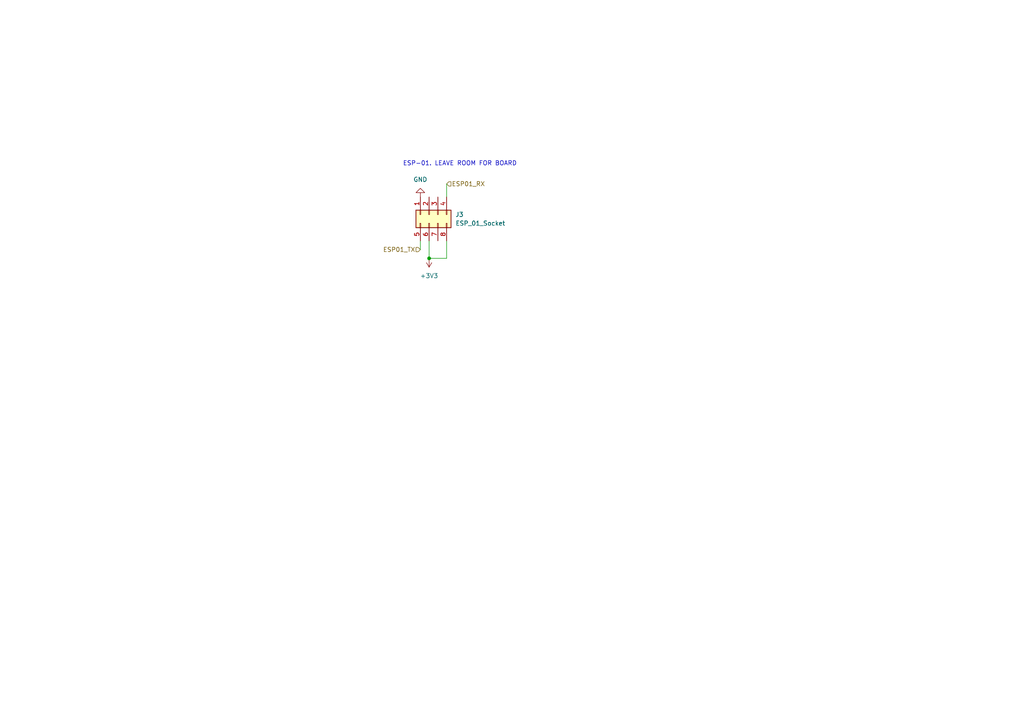
<source format=kicad_sch>
(kicad_sch (version 20211123) (generator eeschema)
  (paper "A4")
  (lib_symbols
    (symbol "Connector_Generic:Conn_02x04_Top_Bottom" (pin_names (offset 1.016) hide)
      (property "Reference" "J" (at 1.27 5.08 0))
      (property "Value" "Conn_02x04_Top_Bottom" (at 1.27 -7.62 0))
      (symbol "Conn_02x04_Top_Bottom_1_1"
        (rectangle (start -1.27 -4.953) (end 0 -5.207) (stroke (width 0.1524)))
        (rectangle (start -1.27 -2.413) (end 0 -2.667) (stroke (width 0.1524)))
        (rectangle (start -1.27 0.127) (end 0 -0.127) (stroke (width 0.1524)))
        (rectangle (start -1.27 2.667) (end 0 2.413) (stroke (width 0.1524)))
        (rectangle (start -1.27 3.81) (end 3.81 -6.35) (stroke (width 0.254)) (fill (type background)))
        (rectangle (start 3.81 -4.953) (end 2.54 -5.207) (stroke (width 0.1524)))
        (rectangle (start 3.81 -2.413) (end 2.54 -2.667) (stroke (width 0.1524)))
        (rectangle (start 3.81 0.127) (end 2.54 -0.127) (stroke (width 0.1524)))
        (rectangle (start 3.81 2.667) (end 2.54 2.413) (stroke (width 0.1524)))
        (pin passive line (at -5.08 2.54 0) (length 3.81) (name "Pin_1") (number "1"))
        (pin passive line (at -5.08 0 0) (length 3.81) (name "Pin_2") (number "2"))
        (pin passive line (at -5.08 -2.54 0) (length 3.81) (name "Pin_3") (number "3"))
        (pin passive line (at -5.08 -5.08 0) (length 3.81) (name "Pin_4") (number "4"))
        (pin passive line (at 7.62 2.54 180) (length 3.81) (name "Pin_5") (number "5"))
        (pin passive line (at 7.62 0 180) (length 3.81) (name "Pin_6") (number "6"))
        (pin passive line (at 7.62 -2.54 180) (length 3.81) (name "Pin_7") (number "7"))
        (pin passive line (at 7.62 -5.08 180) (length 3.81) (name "Pin_8") (number "8"))
      )
    )
    (symbol "power:+3V3" (power) (pin_names (offset 0))
      (property "Value" "+3V3" (at 0 3.556 0))
      (symbol "+3V3_0_1"
        (polyline (pts (xy -0.762 1.27) (xy 0 2.54)))
        (polyline (pts (xy 0 0) (xy 0 2.54)))
        (polyline (pts (xy 0 2.54) (xy 0.762 1.27)))
      )
      (symbol "+3V3_1_1"
        (pin power_in line (at 0 0 90) (length 0) hide (name "+3V3") (number "1"))
      )
    )
    (symbol "power:GND" (power) (pin_names (offset 0))
      (property "Value" "GND" (at 0 -3.81 0))
      (symbol "GND_0_1"
        (polyline (pts (xy 0 0) (xy 0 -1.27) (xy 1.27 -1.27) (xy 0 -2.54) (xy -1.27 -1.27) (xy 0 -1.27)))
      )
      (symbol "GND_1_1"
        (pin power_in line (at 0 0 270) (length 0) hide (name "GND") (number "1"))
      )
    )
  )
  (junction (at 124.46 74.93))
  (wire (pts (xy 121.92 69.85) (xy 121.92 72.39)))
  (wire (pts (xy 129.54 74.93) (xy 129.54 69.85)))
  (wire (pts (xy 124.46 74.93) (xy 124.46 69.85)))
  (wire (pts (xy 129.54 74.93) (xy 124.46 74.93)))
  (wire (pts (xy 129.54 53.34) (xy 129.54 57.15)))
  (text "ESP-01. LEAVE ROOM FOR BOARD" (at 116.84 48.26 0) (effects (font (size 1.27 1.27)) (justify left bottom)))
  (hierarchical_label "ESP01_RX" (shape input) (at 129.54 53.34 0))
  (hierarchical_label "ESP01_TX" (shape input) (at 121.92 72.39 180))
  (symbol (lib_id "power:+3V3") (at 124.46 74.93 0) (mirror x) (unit 1)
    (property "Reference" "#PWR0152" (effects hide))
    (property "Value" "+3V3" (at 124.46 80.01 0))
  )
  (symbol (lib_id "power:GND") (at 121.92 57.15 0) (mirror x) (unit 1)
    (property "Reference" "#PWR0151" (effects hide))
    (property "Value" "GND" (at 121.92 52.07 0))
  )
  (symbol (lib_id "Connector_Generic:Conn_02x04_Top_Bottom") (at 124.46 62.23 90) (mirror x) (unit 1)
    (property "Reference" "J3" (at 132.08 62.2299 90) (effects (justify right)))
    (property "Value" "ESP_01_Socket" (at 132.08 64.7699 90) (effects (justify right)))
    (property "Footprint" "Connector_PinHeader_2.54mm:PinHeader_2x04_P2.54mm_Vertical" (effects hide))
  )
)
</source>
